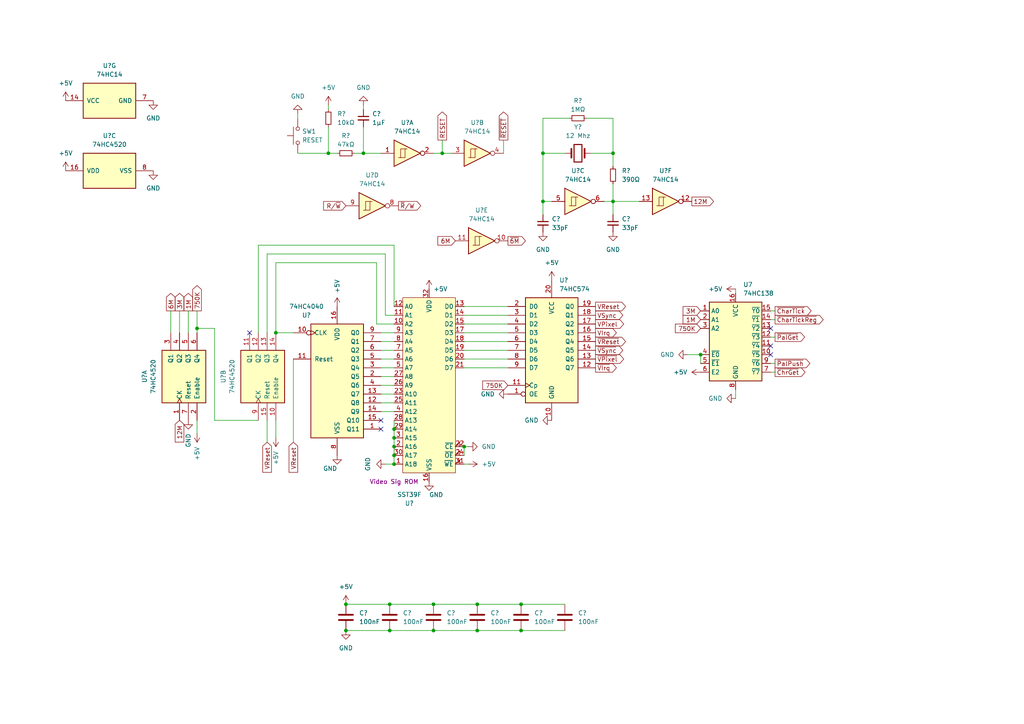
<source format=kicad_sch>
(kicad_sch (version 20230121) (generator eeschema)
  (paper "A4")
  (title_block (title "Clock and Reset"))
  (lib_symbols
    (symbol "4xxx:4040" (pin_names (offset 1.016))
      (property "Reference" "U" (at -7.62 16.51 0))
      (property "Value" "4040" (at -7.62 -19.05 0))
      (symbol "4040_1_0"
        (pin output line (at 12.7 -15.24 180) (length 5.08) (name "Q11") (number "1"))
        (pin input inverted_clock (at -12.7 12.7 0) (length 5.08) (name "CLK") (number "10"))
        (pin input line (at -12.7 5.08 0) (length 5.08) (name "Reset") (number "11"))
        (pin output line (at 12.7 -7.62 180) (length 5.08) (name "Q8") (number "12"))
        (pin output line (at 12.7 -5.08 180) (length 5.08) (name "Q7") (number "13"))
        (pin output line (at 12.7 -10.16 180) (length 5.08) (name "Q9") (number "14"))
        (pin output line (at 12.7 -12.7 180) (length 5.08) (name "Q10") (number "15"))
        (pin power_in line (at 0 20.32 270) (length 5.08) (name "VDD") (number "16"))
        (pin output line (at 12.7 0 180) (length 5.08) (name "Q5") (number "2"))
        (pin output line (at 12.7 2.54 180) (length 5.08) (name "Q4") (number "3"))
        (pin output line (at 12.7 -2.54 180) (length 5.08) (name "Q6") (number "4"))
        (pin output line (at 12.7 5.08 180) (length 5.08) (name "Q3") (number "5"))
        (pin output line (at 12.7 7.62 180) (length 5.08) (name "Q2") (number "6"))
        (pin output line (at 12.7 10.16 180) (length 5.08) (name "Q1") (number "7"))
        (pin power_in line (at 0 -22.86 90) (length 5.08) (name "VSS") (number "8"))
        (pin output line (at 12.7 12.7 180) (length 5.08) (name "Q0") (number "9"))
      )
      (symbol "4040_1_1"
        (rectangle (start -7.62 15.24) (end 7.62 -17.78) (stroke (width 0.254)) (fill (type background)))
      )
    )
    (symbol "4xxx:4520" (pin_names (offset 1.016))
      (property "Reference" "U" (at -7.62 8.89 0))
      (property "Value" "4520" (at -7.62 -8.89 0))
      (symbol "4520_1_0"
        (pin input clock (at -12.7 0 0) (length 5.08) (name "CK") (number "1"))
        (pin input line (at -12.7 -5.08 0) (length 5.08) (name "Enable") (number "2"))
        (pin output line (at 12.7 2.54 180) (length 5.08) (name "Q1") (number "3"))
        (pin output line (at 12.7 0 180) (length 5.08) (name "Q2") (number "4"))
        (pin output line (at 12.7 -2.54 180) (length 5.08) (name "Q3") (number "5"))
        (pin output line (at 12.7 -5.08 180) (length 5.08) (name "Q4") (number "6"))
        (pin input line (at -12.7 -2.54 0) (length 5.08) (name "Reset") (number "7"))
      )
      (symbol "4520_1_1"
        (rectangle (start -7.62 5.08) (end 7.62 -7.62) (stroke (width 0.254)) (fill (type background)))
      )
      (symbol "4520_2_0"
        (pin input line (at -12.7 -5.08 0) (length 5.08) (name "Enable") (number "10"))
        (pin output line (at 12.7 2.54 180) (length 5.08) (name "Q1") (number "11"))
        (pin output line (at 12.7 0 180) (length 5.08) (name "Q2") (number "12"))
        (pin output line (at 12.7 -2.54 180) (length 5.08) (name "Q3") (number "13"))
        (pin output line (at 12.7 -5.08 180) (length 5.08) (name "Q4") (number "14"))
        (pin input line (at -12.7 -2.54 0) (length 5.08) (name "Reset") (number "15"))
        (pin input clock (at -12.7 0 0) (length 5.08) (name "CK") (number "9"))
      )
      (symbol "4520_2_1"
        (rectangle (start -7.62 5.08) (end 7.62 -7.62) (stroke (width 0.254)) (fill (type background)))
      )
      (symbol "4520_3_0"
        (pin power_in line (at 0 12.7 270) (length 5.08) (name "VDD") (number "16"))
        (pin power_in line (at 0 -12.7 90) (length 5.08) (name "VSS") (number "8"))
      )
      (symbol "4520_3_1"
        (rectangle (start -5.08 7.62) (end 5.08 -7.62) (stroke (width 0.254)) (fill (type background)))
      )
    )
    (symbol "74xx:74HC138"
      (property "Reference" "U" (at -7.62 13.97 0))
      (property "Value" "74HC138" (at 2.54 -11.43 0))
      (symbol "74HC138_0_1"
        (rectangle (start -7.62 12.7) (end 7.62 -10.16) (stroke (width 0.254)) (fill (type background)))
      )
      (symbol "74HC138_1_1"
        (pin input line (at -10.16 10.16 0) (length 2.54) (name "A0") (number "1"))
        (pin output line (at 10.16 -2.54 180) (length 2.54) (name "~{Y5}") (number "10"))
        (pin output line (at 10.16 0 180) (length 2.54) (name "~{Y4}") (number "11"))
        (pin output line (at 10.16 2.54 180) (length 2.54) (name "~{Y3}") (number "12"))
        (pin output line (at 10.16 5.08 180) (length 2.54) (name "~{Y2}") (number "13"))
        (pin output line (at 10.16 7.62 180) (length 2.54) (name "~{Y1}") (number "14"))
        (pin output line (at 10.16 10.16 180) (length 2.54) (name "~{Y0}") (number "15"))
        (pin power_in line (at 0 15.24 270) (length 2.54) (name "VCC") (number "16"))
        (pin input line (at -10.16 7.62 0) (length 2.54) (name "A1") (number "2"))
        (pin input line (at -10.16 5.08 0) (length 2.54) (name "A2") (number "3"))
        (pin input line (at -10.16 -2.54 0) (length 2.54) (name "~{E0}") (number "4"))
        (pin input line (at -10.16 -5.08 0) (length 2.54) (name "~{E1}") (number "5"))
        (pin input line (at -10.16 -7.62 0) (length 2.54) (name "E2") (number "6"))
        (pin output line (at 10.16 -7.62 180) (length 2.54) (name "~{Y7}") (number "7"))
        (pin power_in line (at 0 -12.7 90) (length 2.54) (name "GND") (number "8"))
        (pin output line (at 10.16 -5.08 180) (length 2.54) (name "~{Y6}") (number "9"))
      )
    )
    (symbol "74xx:74HC14" (pin_names (offset 1.016))
      (property "Reference" "U" (at 0 1.27 0))
      (property "Value" "74HC14" (at 0 -1.27 0))
      (symbol "74HC14_1_0"
        (polyline (pts (xy -3.81 3.81) (xy -3.81 -3.81) (xy 3.81 0) (xy -3.81 3.81)) (stroke (width 0.254)) (fill (type background)))
        (pin input line (at -7.62 0 0) (length 3.81) (name "~") (number "1"))
        (pin output inverted (at 7.62 0 180) (length 3.81) (name "~") (number "2"))
      )
      (symbol "74HC14_1_1"
        (polyline (pts (xy -1.905 -1.27) (xy -1.905 1.27) (xy -0.635 1.27)))
        (polyline (pts (xy -2.54 -1.27) (xy -0.635 -1.27) (xy -0.635 1.27) (xy 0 1.27)))
      )
      (symbol "74HC14_2_0"
        (polyline (pts (xy -3.81 3.81) (xy -3.81 -3.81) (xy 3.81 0) (xy -3.81 3.81)) (stroke (width 0.254)) (fill (type background)))
        (pin input line (at -7.62 0 0) (length 3.81) (name "~") (number "3"))
        (pin output inverted (at 7.62 0 180) (length 3.81) (name "~") (number "4"))
      )
      (symbol "74HC14_2_1"
        (polyline (pts (xy -1.905 -1.27) (xy -1.905 1.27) (xy -0.635 1.27)))
        (polyline (pts (xy -2.54 -1.27) (xy -0.635 -1.27) (xy -0.635 1.27) (xy 0 1.27)))
      )
      (symbol "74HC14_3_0"
        (polyline (pts (xy -3.81 3.81) (xy -3.81 -3.81) (xy 3.81 0) (xy -3.81 3.81)) (stroke (width 0.254)) (fill (type background)))
        (pin input line (at -7.62 0 0) (length 3.81) (name "~") (number "5"))
        (pin output inverted (at 7.62 0 180) (length 3.81) (name "~") (number "6"))
      )
      (symbol "74HC14_3_1"
        (polyline (pts (xy -1.905 -1.27) (xy -1.905 1.27) (xy -0.635 1.27)))
        (polyline (pts (xy -2.54 -1.27) (xy -0.635 -1.27) (xy -0.635 1.27) (xy 0 1.27)))
      )
      (symbol "74HC14_4_0"
        (polyline (pts (xy -3.81 3.81) (xy -3.81 -3.81) (xy 3.81 0) (xy -3.81 3.81)) (stroke (width 0.254)) (fill (type background)))
        (pin output inverted (at 7.62 0 180) (length 3.81) (name "~") (number "8"))
        (pin input line (at -7.62 0 0) (length 3.81) (name "~") (number "9"))
      )
      (symbol "74HC14_4_1"
        (polyline (pts (xy -1.905 -1.27) (xy -1.905 1.27) (xy -0.635 1.27)))
        (polyline (pts (xy -2.54 -1.27) (xy -0.635 -1.27) (xy -0.635 1.27) (xy 0 1.27)))
      )
      (symbol "74HC14_5_0"
        (polyline (pts (xy -3.81 3.81) (xy -3.81 -3.81) (xy 3.81 0) (xy -3.81 3.81)) (stroke (width 0.254)) (fill (type background)))
        (pin output inverted (at 7.62 0 180) (length 3.81) (name "~") (number "10"))
        (pin input line (at -7.62 0 0) (length 3.81) (name "~") (number "11"))
      )
      (symbol "74HC14_5_1"
        (polyline (pts (xy -1.905 -1.27) (xy -1.905 1.27) (xy -0.635 1.27)))
        (polyline (pts (xy -2.54 -1.27) (xy -0.635 -1.27) (xy -0.635 1.27) (xy 0 1.27)))
      )
      (symbol "74HC14_6_0"
        (polyline (pts (xy -3.81 3.81) (xy -3.81 -3.81) (xy 3.81 0) (xy -3.81 3.81)) (stroke (width 0.254)) (fill (type background)))
        (pin output inverted (at 7.62 0 180) (length 3.81) (name "~") (number "12"))
        (pin input line (at -7.62 0 0) (length 3.81) (name "~") (number "13"))
      )
      (symbol "74HC14_6_1"
        (polyline (pts (xy -1.905 -1.27) (xy -1.905 1.27) (xy -0.635 1.27)))
        (polyline (pts (xy -2.54 -1.27) (xy -0.635 -1.27) (xy -0.635 1.27) (xy 0 1.27)))
      )
      (symbol "74HC14_7_0"
        (pin power_in line (at 0 12.7 270) (length 5.08) (name "VCC") (number "14"))
        (pin power_in line (at 0 -12.7 90) (length 5.08) (name "GND") (number "7"))
      )
      (symbol "74HC14_7_1"
        (rectangle (start -5.08 7.62) (end 5.08 -7.62) (stroke (width 0.254)) (fill (type background)))
      )
    )
    (symbol "74xx:74HCT574" (pin_names (offset 1.016))
      (property "Reference" "U" (at -7.62 16.51 0))
      (property "Value" "74HCT574" (at -7.62 -16.51 0))
      (symbol "74HCT574_1_0"
        (pin input inverted (at -12.7 -12.7 0) (length 5.08) (name "OE") (number "1"))
        (pin power_in line (at 0 -20.32 90) (length 5.08) (name "GND") (number "10"))
        (pin input clock (at -12.7 -10.16 0) (length 5.08) (name "Cp") (number "11"))
        (pin tri_state line (at 12.7 -5.08 180) (length 5.08) (name "Q7") (number "12"))
        (pin tri_state line (at 12.7 -2.54 180) (length 5.08) (name "Q6") (number "13"))
        (pin tri_state line (at 12.7 0 180) (length 5.08) (name "Q5") (number "14"))
        (pin tri_state line (at 12.7 2.54 180) (length 5.08) (name "Q4") (number "15"))
        (pin tri_state line (at 12.7 5.08 180) (length 5.08) (name "Q3") (number "16"))
        (pin tri_state line (at 12.7 7.62 180) (length 5.08) (name "Q2") (number "17"))
        (pin tri_state line (at 12.7 10.16 180) (length 5.08) (name "Q1") (number "18"))
        (pin tri_state line (at 12.7 12.7 180) (length 5.08) (name "Q0") (number "19"))
        (pin input line (at -12.7 12.7 0) (length 5.08) (name "D0") (number "2"))
        (pin power_in line (at 0 20.32 270) (length 5.08) (name "VCC") (number "20"))
        (pin input line (at -12.7 10.16 0) (length 5.08) (name "D1") (number "3"))
        (pin input line (at -12.7 7.62 0) (length 5.08) (name "D2") (number "4"))
        (pin input line (at -12.7 5.08 0) (length 5.08) (name "D3") (number "5"))
        (pin input line (at -12.7 2.54 0) (length 5.08) (name "D4") (number "6"))
        (pin input line (at -12.7 0 0) (length 5.08) (name "D5") (number "7"))
        (pin input line (at -12.7 -2.54 0) (length 5.08) (name "D6") (number "8"))
        (pin input line (at -12.7 -5.08 0) (length 5.08) (name "D7") (number "9"))
      )
      (symbol "74HCT574_1_1"
        (rectangle (start -7.62 15.24) (end 7.62 -15.24) (stroke (width 0.254)) (fill (type background)))
      )
    )
    (symbol "Device:C" (pin_numbers hide) (pin_names (offset 0.254))
      (property "Reference" "C" (at 0.635 2.54 0))
      (property "Value" "C" (at 0.635 -2.54 0))
      (symbol "C_0_1"
        (polyline (pts (xy -2.032 -0.762) (xy 2.032 -0.762)) (stroke (width 0.508)))
        (polyline (pts (xy -2.032 0.762) (xy 2.032 0.762)) (stroke (width 0.508)))
      )
      (symbol "C_1_1"
        (pin passive line (at 0 3.81 270) (length 2.794) (name "~") (number "1"))
        (pin passive line (at 0 -3.81 90) (length 2.794) (name "~") (number "2"))
      )
    )
    (symbol "Device:C_Small" (pin_numbers hide) (pin_names (offset 0.254) hide)
      (property "Reference" "C" (at 0.254 1.778 0))
      (property "Value" "C_Small" (at 0.254 -2.032 0))
      (symbol "C_Small_0_1"
        (polyline (pts (xy -1.524 -0.508) (xy 1.524 -0.508)) (stroke (width 0.3302)))
        (polyline (pts (xy -1.524 0.508) (xy 1.524 0.508)) (stroke (width 0.3048)))
      )
      (symbol "C_Small_1_1"
        (pin passive line (at 0 2.54 270) (length 2.032) (name "~") (number "1"))
        (pin passive line (at 0 -2.54 90) (length 2.032) (name "~") (number "2"))
      )
    )
    (symbol "Device:Crystal" (pin_numbers hide) (pin_names (offset 1.016) hide)
      (property "Reference" "Y" (at 0 3.81 0))
      (property "Value" "Crystal" (at 0 -3.81 0))
      (symbol "Crystal_0_1"
        (rectangle (start -1.143 2.54) (end 1.143 -2.54) (stroke (width 0.3048)))
        (polyline (pts (xy -2.54 0) (xy -1.905 0)))
        (polyline (pts (xy -1.905 -1.27) (xy -1.905 1.27)) (stroke (width 0.508)))
        (polyline (pts (xy 1.905 -1.27) (xy 1.905 1.27)) (stroke (width 0.508)))
        (polyline (pts (xy 2.54 0) (xy 1.905 0)))
      )
      (symbol "Crystal_1_1"
        (pin passive line (at -3.81 0 0) (length 1.27) (name "1") (number "1"))
        (pin passive line (at 3.81 0 180) (length 1.27) (name "2") (number "2"))
      )
    )
    (symbol "Device:R_Small" (pin_numbers hide) (pin_names (offset 0.254) hide)
      (property "Reference" "R" (at 0.762 0.508 0))
      (property "Value" "R_Small" (at 0.762 -1.016 0))
      (symbol "R_Small_0_1"
        (rectangle (start -0.762 1.778) (end 0.762 -1.778) (stroke (width 0.2032)))
      )
      (symbol "R_Small_1_1"
        (pin passive line (at 0 2.54 270) (length 0.762) (name "~") (number "1"))
        (pin passive line (at 0 -2.54 90) (length 0.762) (name "~") (number "2"))
      )
    )
    (symbol "Memory_Lib:SST39SF040"
      (property "Reference" "U" (at 11.43 54.61 0))
      (property "Value" "SST39SF040" (at 19.05 52.07 0))
      (symbol "SST39SF040_1_1"
        (rectangle (start 0 50.8) (end 15.24 0) (fill (type background)))
        (pin input line (at -2.54 2.54 0) (length 2.54) (name "A18") (number "1"))
        (pin input line (at -2.54 43.18 0) (length 2.54) (name "A2") (number "10"))
        (pin input line (at -2.54 45.72 0) (length 2.54) (name "A1") (number "11"))
        (pin input line (at -2.54 48.26 0) (length 2.54) (name "A0") (number "12"))
        (pin bidirectional line (at 17.78 48.26 180) (length 2.54) (name "D0") (number "13"))
        (pin bidirectional line (at 17.78 45.72 180) (length 2.54) (name "D1") (number "14"))
        (pin bidirectional line (at 17.78 43.18 180) (length 2.54) (name "D2") (number "15"))
        (pin power_in line (at 7.62 -2.54 90) (length 2.54) (name "VSS") (number "16"))
        (pin bidirectional line (at 17.78 40.64 180) (length 2.54) (name "D3") (number "17"))
        (pin bidirectional line (at 17.78 38.1 180) (length 2.54) (name "D4") (number "18"))
        (pin bidirectional line (at 17.78 35.56 180) (length 2.54) (name "D5") (number "19"))
        (pin input line (at -2.54 7.62 0) (length 2.54) (name "A16") (number "2"))
        (pin bidirectional line (at 17.78 33.02 180) (length 2.54) (name "D6") (number "20"))
        (pin bidirectional line (at 17.78 30.48 180) (length 2.54) (name "D7") (number "21"))
        (pin input input_low (at 17.78 7.62 180) (length 2.54) (name "~{CE}") (number "22"))
        (pin input line (at -2.54 22.86 0) (length 2.54) (name "A10") (number "23"))
        (pin input input_low (at 17.78 5.08 180) (length 2.54) (name "~{OE}") (number "24"))
        (pin input line (at -2.54 20.32 0) (length 2.54) (name "A11") (number "25"))
        (pin input line (at -2.54 25.4 0) (length 2.54) (name "A9") (number "26"))
        (pin input line (at -2.54 27.94 0) (length 2.54) (name "A8") (number "27"))
        (pin input line (at -2.54 15.24 0) (length 2.54) (name "A13") (number "28"))
        (pin input line (at -2.54 12.7 0) (length 2.54) (name "A14") (number "29"))
        (pin input line (at -2.54 10.16 0) (length 2.54) (name "A15") (number "3"))
        (pin input line (at -2.54 5.08 0) (length 2.54) (name "A17") (number "30"))
        (pin input input_low (at 17.78 2.54 180) (length 2.54) (name "~{WE}") (number "31"))
        (pin power_in line (at 7.62 53.34 270) (length 2.54) (name "VDD") (number "32"))
        (pin input line (at -2.54 17.78 0) (length 2.54) (name "A12") (number "4"))
        (pin input line (at -2.54 30.48 0) (length 2.54) (name "A7") (number "5"))
        (pin input line (at -2.54 33.02 0) (length 2.54) (name "A6") (number "6"))
        (pin input line (at -2.54 35.56 0) (length 2.54) (name "A5") (number "7"))
        (pin input line (at -2.54 38.1 0) (length 2.54) (name "A4") (number "8"))
        (pin input line (at -2.54 40.64 0) (length 2.54) (name "A3") (number "9"))
      )
    )
    (symbol "Switch:SW_Push" (pin_numbers hide) (pin_names (offset 1.016) hide)
      (property "Reference" "SW" (at 1.27 2.54 0))
      (property "Value" "SW_Push" (at 0 -1.524 0))
      (symbol "SW_Push_0_1"
        (circle (center -2.032 0) (radius 0.508))
        (polyline (pts (xy 0 1.27) (xy 0 3.048)))
        (polyline (pts (xy 2.54 1.27) (xy -2.54 1.27)))
        (circle (center 2.032 0) (radius 0.508))
        (pin passive line (at -5.08 0 0) (length 2.54) (name "1") (number "1"))
        (pin passive line (at 5.08 0 180) (length 2.54) (name "2") (number "2"))
      )
    )
    (symbol "power:+5V" (power) (pin_names (offset 0))
      (property "Value" "+5V" (at 0 3.556 0))
      (symbol "+5V_0_1"
        (polyline (pts (xy -0.762 1.27) (xy 0 2.54)))
        (polyline (pts (xy 0 0) (xy 0 2.54)))
        (polyline (pts (xy 0 2.54) (xy 0.762 1.27)))
      )
      (symbol "+5V_1_1"
        (pin power_in line (at 0 0 90) (length 0) hide (name "+5V") (number "1"))
      )
    )
    (symbol "power:GND" (power) (pin_names (offset 0))
      (property "Value" "GND" (at 0 -3.81 0))
      (symbol "GND_0_1"
        (polyline (pts (xy 0 0) (xy 0 -1.27) (xy 1.27 -1.27) (xy 0 -2.54) (xy -1.27 -1.27) (xy 0 -1.27)))
      )
      (symbol "GND_1_1"
        (pin power_in line (at 0 0 270) (length 0) hide (name "GND") (number "1"))
      )
    )
  )
  (junction (at 100.33 182.88))
  (junction (at 151.13 175.26))
  (junction (at 114.3 124.46))
  (junction (at 128.27 44.45))
  (junction (at 113.03 182.88))
  (junction (at 113.03 175.26))
  (junction (at 105.41 44.45))
  (junction (at 114.3 127))
  (junction (at 151.13 182.88))
  (junction (at 114.3 129.54))
  (junction (at 125.73 182.88))
  (junction (at 138.43 175.26))
  (junction (at 203.2 102.87))
  (junction (at 114.3 132.08))
  (junction (at 177.8 44.45))
  (junction (at 80.01 96.52))
  (junction (at 138.43 182.88))
  (junction (at 57.15 95.25))
  (junction (at 177.8 58.42))
  (junction (at 100.33 175.26))
  (junction (at 114.3 134.62))
  (junction (at 157.48 58.42))
  (junction (at 134.62 129.54))
  (junction (at 125.73 175.26))
  (junction (at 95.25 44.45))
  (junction (at 157.48 44.45))
  (no_connect (at 110.49 121.92))
  (no_connect (at 110.49 124.46))
  (no_connect (at 72.39 96.52))
  (no_connect (at 223.52 100.33))
  (no_connect (at 223.52 102.87))
  (no_connect (at 223.52 95.25))
  (wire (pts (xy 177.8 62.23) (xy 177.8 58.42)))
  (wire (pts (xy 170.18 34.29) (xy 177.8 34.29)))
  (wire (pts (xy 77.47 128.27) (xy 77.47 121.92)))
  (wire (pts (xy 114.3 93.98) (xy 109.22 93.98)))
  (wire (pts (xy 157.48 44.45) (xy 163.83 44.45)))
  (wire (pts (xy 138.43 182.88) (xy 151.13 182.88)))
  (wire (pts (xy 114.3 99.06) (xy 110.49 99.06)))
  (wire (pts (xy 102.87 44.45) (xy 105.41 44.45)))
  (wire (pts (xy 114.3 96.52) (xy 110.49 96.52)))
  (wire (pts (xy 114.3 109.22) (xy 110.49 109.22)))
  (wire (pts (xy 109.22 93.98) (xy 109.22 76.2)))
  (wire (pts (xy 62.23 95.25) (xy 57.15 95.25)))
  (wire (pts (xy 147.32 106.68) (xy 134.62 106.68)))
  (wire (pts (xy 105.41 44.45) (xy 110.49 44.45)))
  (wire (pts (xy 49.53 90.17) (xy 49.53 96.52)))
  (wire (pts (xy 147.32 99.06) (xy 134.62 99.06)))
  (wire (pts (xy 95.25 30.48) (xy 95.25 31.75)))
  (wire (pts (xy 203.2 102.87) (xy 203.2 105.41)))
  (wire (pts (xy 151.13 182.88) (xy 163.83 182.88)))
  (wire (pts (xy 114.3 106.68) (xy 110.49 106.68)))
  (wire (pts (xy 147.32 104.14) (xy 134.62 104.14)))
  (wire (pts (xy 114.3 132.08) (xy 114.3 129.54)))
  (wire (pts (xy 85.09 128.27) (xy 85.09 104.14)))
  (wire (pts (xy 160.02 58.42) (xy 157.48 58.42)))
  (wire (pts (xy 177.8 58.42) (xy 185.42 58.42)))
  (wire (pts (xy 213.36 83.82) (xy 213.36 85.09)))
  (wire (pts (xy 54.61 90.17) (xy 54.61 96.52)))
  (wire (pts (xy 223.52 105.41) (xy 224.79 105.41)))
  (wire (pts (xy 224.79 107.95) (xy 223.52 107.95)))
  (wire (pts (xy 86.36 33.02) (xy 86.36 34.29)))
  (wire (pts (xy 114.3 129.54) (xy 114.3 127)))
  (wire (pts (xy 111.76 91.44) (xy 111.76 73.66)))
  (wire (pts (xy 134.62 129.54) (xy 134.62 132.08)))
  (wire (pts (xy 146.05 40.64) (xy 146.05 44.45)))
  (wire (pts (xy 128.27 44.45) (xy 130.81 44.45)))
  (wire (pts (xy 177.8 44.45) (xy 171.45 44.45)))
  (wire (pts (xy 105.41 36.83) (xy 105.41 44.45)))
  (wire (pts (xy 224.79 90.17) (xy 223.52 90.17)))
  (wire (pts (xy 114.3 104.14) (xy 110.49 104.14)))
  (wire (pts (xy 213.36 115.57) (xy 213.36 113.03)))
  (wire (pts (xy 114.3 116.84) (xy 110.49 116.84)))
  (wire (pts (xy 80.01 127) (xy 80.01 121.92)))
  (wire (pts (xy 224.79 97.79) (xy 223.52 97.79)))
  (wire (pts (xy 105.41 30.48) (xy 105.41 31.75)))
  (wire (pts (xy 223.52 92.71) (xy 224.79 92.71)))
  (wire (pts (xy 177.8 53.34) (xy 177.8 58.42)))
  (wire (pts (xy 111.76 73.66) (xy 77.47 73.66)))
  (wire (pts (xy 177.8 34.29) (xy 177.8 44.45)))
  (wire (pts (xy 147.32 93.98) (xy 134.62 93.98)))
  (wire (pts (xy 95.25 44.45) (xy 97.79 44.45)))
  (wire (pts (xy 114.3 71.12) (xy 114.3 88.9)))
  (wire (pts (xy 114.3 124.46) (xy 114.3 121.92)))
  (wire (pts (xy 57.15 125.73) (xy 57.15 121.92)))
  (wire (pts (xy 114.3 111.76) (xy 110.49 111.76)))
  (wire (pts (xy 125.73 44.45) (xy 128.27 44.45)))
  (wire (pts (xy 80.01 96.52) (xy 85.09 96.52)))
  (wire (pts (xy 114.3 127) (xy 114.3 124.46)))
  (wire (pts (xy 100.33 175.26) (xy 113.03 175.26)))
  (wire (pts (xy 175.26 58.42) (xy 177.8 58.42)))
  (wire (pts (xy 74.93 71.12) (xy 114.3 71.12)))
  (wire (pts (xy 113.03 182.88) (xy 125.73 182.88)))
  (wire (pts (xy 86.36 44.45) (xy 95.25 44.45)))
  (wire (pts (xy 109.22 76.2) (xy 80.01 76.2)))
  (wire (pts (xy 111.76 134.62) (xy 114.3 134.62)))
  (wire (pts (xy 135.89 134.62) (xy 134.62 134.62)))
  (wire (pts (xy 125.73 175.26) (xy 138.43 175.26)))
  (wire (pts (xy 135.89 129.54) (xy 134.62 129.54)))
  (wire (pts (xy 100.33 182.88) (xy 113.03 182.88)))
  (wire (pts (xy 114.3 114.3) (xy 110.49 114.3)))
  (wire (pts (xy 147.32 101.6) (xy 134.62 101.6)))
  (wire (pts (xy 74.93 121.92) (xy 62.23 121.92)))
  (wire (pts (xy 147.32 91.44) (xy 134.62 91.44)))
  (wire (pts (xy 114.3 91.44) (xy 111.76 91.44)))
  (wire (pts (xy 52.07 90.17) (xy 52.07 96.52)))
  (wire (pts (xy 151.13 175.26) (xy 163.83 175.26)))
  (wire (pts (xy 80.01 96.52) (xy 80.01 76.2)))
  (wire (pts (xy 157.48 44.45) (xy 157.48 58.42)))
  (wire (pts (xy 138.43 175.26) (xy 151.13 175.26)))
  (wire (pts (xy 165.1 34.29) (xy 157.48 34.29)))
  (wire (pts (xy 157.48 34.29) (xy 157.48 44.45)))
  (wire (pts (xy 128.27 40.64) (xy 128.27 44.45)))
  (wire (pts (xy 57.15 95.25) (xy 57.15 90.17)))
  (wire (pts (xy 114.3 119.38) (xy 110.49 119.38)))
  (wire (pts (xy 125.73 182.88) (xy 138.43 182.88)))
  (wire (pts (xy 177.8 44.45) (xy 177.8 48.26)))
  (wire (pts (xy 114.3 101.6) (xy 110.49 101.6)))
  (wire (pts (xy 77.47 73.66) (xy 77.47 96.52)))
  (wire (pts (xy 147.32 88.9) (xy 134.62 88.9)))
  (wire (pts (xy 114.3 134.62) (xy 114.3 132.08)))
  (wire (pts (xy 147.32 96.52) (xy 134.62 96.52)))
  (wire (pts (xy 57.15 96.52) (xy 57.15 95.25)))
  (wire (pts (xy 157.48 62.23) (xy 157.48 58.42)))
  (wire (pts (xy 199.39 102.87) (xy 203.2 102.87)))
  (wire (pts (xy 74.93 96.52) (xy 74.93 71.12)))
  (wire (pts (xy 113.03 175.26) (xy 125.73 175.26)))
  (wire (pts (xy 62.23 121.92) (xy 62.23 95.25)))
  (wire (pts (xy 95.25 44.45) (xy 95.25 36.83)))
  (global_label "3M" (shape output) (at 52.07 90.17 90) (property "Intersheetrefs" "${INTERSHEET_REFS}" (effects hide)))
  (global_label "~{R}{slash}W" (shape output) (at 115.57 59.69 0) (property "Intersheetrefs" "${INTERSHEET_REFS}" (effects hide)))
  (global_label "1M" (shape output) (at 54.61 90.17 90) (property "Intersheetrefs" "${INTERSHEET_REFS}" (effects hide)))
  (global_label "~{VIrq}" (shape output) (at 172.72 106.68 0) (property "Intersheetrefs" "${INTERSHEET_REFS}" (effects hide)))
  (global_label "~{CharTick}" (shape output) (at 224.79 90.17 0) (property "Intersheetrefs" "${INTERSHEET_REFS}" (effects hide)))
  (global_label "~{VSync}" (shape output) (at 172.72 101.6 0) (property "Intersheetrefs" "${INTERSHEET_REFS}" (effects hide)))
  (global_label "~{RESET}" (shape output) (at 146.05 40.64 90) (property "Intersheetrefs" "${INTERSHEET_REFS}" (effects hide)))
  (global_label "750K" (shape input) (at 203.2 95.25 180) (property "Intersheetrefs" "${INTERSHEET_REFS}" (effects hide)))
  (global_label "RESET" (shape output) (at 128.27 40.64 90) (property "Intersheetrefs" "${INTERSHEET_REFS}" (effects hide)))
  (global_label "3M" (shape input) (at 203.2 90.17 180) (property "Intersheetrefs" "${INTERSHEET_REFS}" (effects hide)))
  (global_label "VReset" (shape input) (at 85.09 128.27 270) (property "Intersheetrefs" "${INTERSHEET_REFS}" (effects hide)))
  (global_label "~{6M}" (shape output) (at 147.32 69.85 0) (property "Intersheetrefs" "${INTERSHEET_REFS}" (effects hide)))
  (global_label "VReset" (shape output) (at 172.72 88.9 0) (property "Intersheetrefs" "${INTERSHEET_REFS}" (effects hide)))
  (global_label "VSync" (shape output) (at 172.72 91.44 0) (property "Intersheetrefs" "${INTERSHEET_REFS}" (effects hide)))
  (global_label "~{PalPush}" (shape output) (at 224.79 105.41 0) (property "Intersheetrefs" "${INTERSHEET_REFS}" (effects hide)))
  (global_label "~{ChrGet}" (shape output) (at 224.79 107.95 0) (property "Intersheetrefs" "${INTERSHEET_REFS}" (effects hide)))
  (global_label "VReset" (shape input) (at 77.47 128.27 270) (property "Intersheetrefs" "${INTERSHEET_REFS}" (effects hide)))
  (global_label "~{VPixel}" (shape output) (at 172.72 104.14 0) (property "Intersheetrefs" "${INTERSHEET_REFS}" (effects hide)))
  (global_label "6M" (shape output) (at 49.53 90.17 90) (property "Intersheetrefs" "${INTERSHEET_REFS}" (effects hide)))
  (global_label "12M" (shape output) (at 200.66 58.42 0) (property "Intersheetrefs" "${INTERSHEET_REFS}" (effects hide)))
  (global_label "750K" (shape input) (at 147.32 111.76 180) (property "Intersheetrefs" "${INTERSHEET_REFS}" (effects hide)))
  (global_label "~{PalGet}" (shape output) (at 224.79 97.79 0) (property "Intersheetrefs" "${INTERSHEET_REFS}" (effects hide)))
  (global_label "750K" (shape output) (at 57.15 90.17 90) (property "Intersheetrefs" "${INTERSHEET_REFS}" (effects hide)))
  (global_label "12M" (shape input) (at 52.07 121.92 270) (property "Intersheetrefs" "${INTERSHEET_REFS}" (effects hide)))
  (global_label "1M" (shape input) (at 203.2 92.71 180) (property "Intersheetrefs" "${INTERSHEET_REFS}" (effects hide)))
  (global_label "R{slash}~{W}" (shape input) (at 100.33 59.69 180) (property "Intersheetrefs" "${INTERSHEET_REFS}" (effects hide)))
  (global_label "VPixel" (shape output) (at 172.72 93.98 0) (property "Intersheetrefs" "${INTERSHEET_REFS}" (effects hide)))
  (global_label "~{CharTickReg}" (shape output) (at 224.79 92.71 0) (property "Intersheetrefs" "${INTERSHEET_REFS}" (effects hide)))
  (global_label "VIrq" (shape output) (at 172.72 96.52 0) (property "Intersheetrefs" "${INTERSHEET_REFS}" (effects hide)))
  (global_label "6M" (shape input) (at 132.08 69.85 180) (property "Intersheetrefs" "${INTERSHEET_REFS}" (effects hide)))
  (global_label "~{VReset}" (shape output) (at 172.72 99.06 0) (property "Intersheetrefs" "${INTERSHEET_REFS}" (effects hide)))
  (symbol (lib_id "Device:C") (at 125.73 179.07 0) (unit 1)
    (property "Reference" "C?" (at 129.54 177.8 0) (effects (justify left)))
    (property "Value" "100nF" (at 129.54 180.34 0) (effects (justify left)))
    (property "Footprint" "Capacitor_THT:C_Disc_D3.0mm_W2.0mm_P2.50mm" (effects hide))
    (instances (project "v0c" (path "" (reference "C?") (unit 1)) (path "" (reference "C5") (unit 1))))
  )
  (symbol (lib_id "power:GND") (at 124.46 139.7 0) (unit 1)
    (property "Reference" "#PWR011" (effects hide))
    (property "Value" "GND" (at 124.46 143.51 0) (effects (justify left)))
    (instances (project "v0c" (path "" (reference "#PWR011") (unit 1)) (path "" (reference "#PWR025") (unit 1))))
  )
  (symbol (lib_id "power:+5V") (at 19.05 29.21 0) (unit 1)
    (property "Reference" "#PWR02" (effects hide))
    (property "Value" "+5V" (at 19.05 24.13 0))
    (instances (project "v0c" (path "" (reference "#PWR02") (unit 1)) (path "" (reference "#PWR09") (unit 1))))
  )
  (symbol (lib_id "power:GND") (at 177.8 67.31 0) (unit 1)
    (property "Reference" "#PWR019" (effects hide))
    (property "Value" "GND" (at 177.8 72.39 0))
    (instances (project "v0c" (path "" (reference "#PWR019") (unit 1)) (path "" (reference "#PWR032") (unit 1))))
  )
  (symbol (lib_id "74xx:74HC14") (at 139.7 69.85 0) (unit 5)
    (property "Reference" "U?" (at 139.7 60.96 0))
    (property "Value" "74HC14" (at 139.7 63.5 0))
    (property "Footprint" "PCM_Package_DIP_AKL:DIP-14_W7.62mm_Socket_LongPads" (effects hide))
    (property "Datasheet" "http://www.ti.com/lit/gpn/sn74HC14" (effects hide))
    (instances (project "v0c" (path "" (reference "U?") (unit 5)) (path "" (reference "U2") (unit 5))))
  )
  (symbol (lib_id "74xx:74HC138") (at 213.36 100.33 0) (unit 1)
    (property "Reference" "U7" (at 215.5541 82.55 0) (effects (justify left)))
    (property "Value" "74HC138" (at 215.5541 85.09 0) (effects (justify left)))
    (property "Footprint" "PCM_Package_DIP_AKL:DIP-16_W7.62mm_Socket_LongPads" (effects hide))
    (property "Datasheet" "http://www.ti.com/lit/ds/symlink/cd74hc238.pdf" (effects hide))
  )
  (symbol (lib_id "power:+5V") (at 160.02 81.28 0) (unit 1)
    (property "Reference" "#PWR017" (effects hide))
    (property "Value" "+5V" (at 160.02 76.2 0))
    (instances (project "v0c" (path "" (reference "#PWR017") (unit 1)) (path "" (reference "#PWR030") (unit 1))))
  )
  (symbol (lib_id "power:GND") (at 111.76 134.62 270) (unit 1)
    (property "Reference" "#PWR010" (effects hide))
    (property "Value" "GND" (at 106.68 134.62 0))
    (instances (project "v0c" (path "" (reference "#PWR010") (unit 1)) (path "" (reference "#PWR023") (unit 1))))
  )
  (symbol (lib_id "power:+5V") (at 100.33 175.26 0) (unit 1)
    (property "Reference" "#PWR0136" (effects hide))
    (property "Value" "+5V" (at 100.33 170.18 0))
    (instances (project "v0c" (path "" (reference "#PWR0136") (unit 1)) (path "" (reference "#PWR020") (unit 1))))
  )
  (symbol (lib_id "4xxx:4520") (at 31.75 49.53 90) (unit 3)
    (property "Reference" "U?" (at 31.75 39.37 90))
    (property "Value" "74HC4520" (at 31.75 41.91 90))
    (property "Footprint" "PCM_Package_DIP_AKL:DIP-16_W7.62mm_Socket_LongPads" (effects hide))
    (property "Datasheet" "http://www.intersil.com/content/dam/Intersil/documents/cd45/cd4518bms-20bms.pdf" (effects hide))
    (instances (project "v0c" (path "" (reference "U?") (unit 3)) (path "" (reference "U3") (unit 3))))
  )
  (symbol (lib_id "74xx:74HC14") (at 167.64 58.42 0) (unit 3)
    (property "Reference" "U?" (at 167.64 49.53 0))
    (property "Value" "74HC14" (at 167.64 52.07 0))
    (property "Footprint" "PCM_Package_DIP_AKL:DIP-14_W7.62mm_Socket_LongPads" (effects hide))
    (property "Datasheet" "http://www.ti.com/lit/gpn/sn74HC14" (effects hide))
    (instances (project "v0c" (path "" (reference "U?") (unit 3)) (path "" (reference "U2") (unit 3))))
  )
  (symbol (lib_id "4xxx:4520") (at 52.07 109.22 90) (unit 1)
    (property "Reference" "U?" (at 41.91 109.22 0))
    (property "Value" "74HC4520" (at 44.45 109.22 0))
    (property "Footprint" "PCM_Package_DIP_AKL:DIP-16_W7.62mm_Socket_LongPads" (effects hide))
    (property "Datasheet" "http://www.intersil.com/content/dam/Intersil/documents/cd45/cd4518bms-20bms.pdf" (effects hide))
    (instances (project "v0c" (path "" (reference "U?") (unit 1)) (path "" (reference "U3") (unit 1))))
  )
  (symbol (lib_id "Device:R_Small") (at 95.25 34.29 180) (unit 1)
    (property "Reference" "R?" (at 97.79 33.02 0) (effects (justify right)))
    (property "Value" "10kΩ" (at 97.79 35.56 0) (effects (justify right)))
    (property "Footprint" "Resistor_THT:R_Axial_DIN0204_L3.6mm_D1.6mm_P7.62mm_Horizontal" (effects hide))
    (instances (project "v0c" (path "" (reference "R?") (unit 1)) (path "" (reference "R4") (unit 1))))
  )
  (symbol (lib_id "Device:C") (at 113.03 179.07 0) (unit 1)
    (property "Reference" "C?" (at 116.84 177.8 0) (effects (justify left)))
    (property "Value" "100nF" (at 116.84 180.34 0) (effects (justify left)))
    (property "Footprint" "Capacitor_THT:C_Disc_D3.0mm_W2.0mm_P2.50mm" (effects hide))
    (instances (project "v0c" (path "" (reference "C?") (unit 1)) (path "" (reference "C4") (unit 1))))
  )
  (symbol (lib_id "power:+5V") (at 124.46 83.82 0) (unit 1)
    (property "Reference" "#PWR012" (effects hide))
    (property "Value" "+5V" (at 125.73 83.82 0) (effects (justify left)))
    (instances (project "v0c" (path "" (reference "#PWR012") (unit 1)) (path "" (reference "#PWR024") (unit 1))))
  )
  (symbol (lib_id "Device:C") (at 100.33 179.07 0) (unit 1)
    (property "Reference" "C?" (at 104.14 177.8 0) (effects (justify left)))
    (property "Value" "100nF" (at 104.14 180.34 0) (effects (justify left)))
    (property "Footprint" "Capacitor_THT:C_Disc_D3.0mm_W2.0mm_P2.50mm" (effects hide))
    (instances (project "v0c" (path "" (reference "C?") (unit 1)) (path "" (reference "C2") (unit 1))))
  )
  (symbol (lib_id "4xxx:4040") (at 97.79 109.22 0) (unit 1)
    (property "Reference" "U?" (at 88.9 91.44 0))
    (property "Value" "74HC4040" (at 88.9 88.9 0))
    (property "Footprint" "PCM_Package_DIP_AKL:DIP-16_W7.62mm_Socket_LongPads" (effects hide))
    (property "Datasheet" "http://www.intersil.com/content/dam/Intersil/documents/cd40/cd4020bms-24bms-40bms.pdf" (effects hide))
    (instances (project "v0c" (path "" (reference "U?") (unit 1)) (path "" (reference "U4") (unit 1))))
  )
  (symbol (lib_id "power:+5V") (at 57.15 125.73 180) (unit 1)
    (property "Reference" "#PWR06" (effects hide))
    (property "Value" "+5V" (at 57.15 129.54 90) (effects (justify left)))
    (instances (project "v0c" (path "" (reference "#PWR06") (unit 1)) (path "" (reference "#PWR014") (unit 1))))
  )
  (symbol (lib_id "power:+5V") (at 203.2 107.95 90) (unit 1)
    (property "Reference" "#PWR017" (effects hide))
    (property "Value" "+5V" (at 199.39 107.95 90) (effects (justify left)))
    (instances (project "v0c" (path "" (reference "#PWR017") (unit 1)) (path "" (reference "#PWR034") (unit 1))))
  )
  (symbol (lib_id "power:GND") (at 160.02 121.92 270) (unit 1)
    (property "Reference" "#PWR015" (effects hide))
    (property "Value" "GND" (at 156.21 121.92 90) (effects (justify right)))
    (instances (project "v0c" (path "" (reference "#PWR015") (unit 1)) (path "" (reference "#PWR031") (unit 1))))
  )
  (symbol (lib_id "power:GND") (at 213.36 115.57 270) (unit 1)
    (property "Reference" "#PWR015" (effects hide))
    (property "Value" "GND" (at 209.55 115.57 90) (effects (justify right)))
    (instances (project "v0c" (path "" (reference "#PWR015") (unit 1)) (path "" (reference "#PWR036") (unit 1))))
  )
  (symbol (lib_id "power:GND") (at 86.36 33.02 180) (unit 1)
    (property "Reference" "#PWR020" (effects hide))
    (property "Value" "GND" (at 86.36 27.94 0))
    (instances (project "v0c" (path "" (reference "#PWR020") (unit 1)) (path "" (reference "#PWR016") (unit 1))))
  )
  (symbol (lib_id "power:+5V") (at 213.36 83.82 90) (unit 1)
    (property "Reference" "#PWR017" (effects hide))
    (property "Value" "+5V" (at 209.55 83.82 90) (effects (justify left)))
    (instances (project "v0c" (path "" (reference "#PWR017") (unit 1)) (path "" (reference "#PWR035") (unit 1))))
  )
  (symbol (lib_id "power:GND") (at 44.45 49.53 0) (unit 1)
    (property "Reference" "#PWR03" (effects hide))
    (property "Value" "GND" (at 44.45 54.61 0))
    (instances (project "v0c" (path "" (reference "#PWR03") (unit 1)) (path "" (reference "#PWR012") (unit 1))))
  )
  (symbol (lib_id "Device:R_Small") (at 167.64 34.29 90) (unit 1)
    (property "Reference" "R?" (at 167.64 29.21 90))
    (property "Value" "1MΩ" (at 167.64 31.75 90))
    (property "Footprint" "Resistor_THT:R_Axial_DIN0204_L3.6mm_D1.6mm_P7.62mm_Horizontal" (effects hide))
    (instances (project "v0c" (path "" (reference "R?") (unit 1)) (path "" (reference "R6") (unit 1))))
  )
  (symbol (lib_id "power:GND") (at 135.89 129.54 90) (unit 1)
    (property "Reference" "#PWR013" (effects hide))
    (property "Value" "GND" (at 139.7 129.54 90) (effects (justify right)))
    (instances (project "v0c" (path "" (reference "#PWR013") (unit 1)) (path "" (reference "#PWR026") (unit 1))))
  )
  (symbol (lib_id "power:GND") (at 199.39 102.87 270) (unit 1)
    (property "Reference" "#PWR015" (effects hide))
    (property "Value" "GND" (at 195.58 102.87 90) (effects (justify right)))
    (instances (project "v0c" (path "" (reference "#PWR015") (unit 1)) (path "" (reference "#PWR033") (unit 1))))
  )
  (symbol (lib_id "74xx:74HC14") (at 31.75 29.21 90) (unit 7)
    (property "Reference" "U?" (at 31.75 19.05 90))
    (property "Value" "74HC14" (at 31.75 21.59 90))
    (property "Footprint" "PCM_Package_DIP_AKL:DIP-14_W7.62mm_Socket_LongPads" (effects hide))
    (property "Datasheet" "http://www.ti.com/lit/gpn/sn74HC14" (effects hide))
    (instances (project "v0c" (path "" (reference "U?") (unit 7)) (path "" (reference "U2") (unit 7))))
  )
  (symbol (lib_id "power:+5V") (at 19.05 49.53 0) (unit 1)
    (property "Reference" "#PWR04" (effects hide))
    (property "Value" "+5V" (at 19.05 44.45 0))
    (instances (project "v0c" (path "" (reference "#PWR04") (unit 1)) (path "" (reference "#PWR010") (unit 1))))
  )
  (symbol (lib_id "Device:R_Small") (at 177.8 50.8 180) (unit 1)
    (property "Reference" "R?" (at 180.34 49.53 0) (effects (justify right)))
    (property "Value" "390Ω" (at 180.34 52.07 0) (effects (justify right)))
    (property "Footprint" "Resistor_THT:R_Axial_DIN0204_L3.6mm_D1.6mm_P7.62mm_Horizontal" (effects hide))
    (instances (project "v0c" (path "" (reference "R?") (unit 1)) (path "" (reference "R7") (unit 1))))
  )
  (symbol (lib_id "74xx:74HC14") (at 138.43 44.45 0) (unit 2)
    (property "Reference" "U?" (at 138.43 35.56 0))
    (property "Value" "74HC14" (at 138.43 38.1 0))
    (property "Footprint" "PCM_Package_DIP_AKL:DIP-14_W7.62mm_Socket_LongPads" (effects hide))
    (property "Datasheet" "http://www.ti.com/lit/gpn/sn74HC14" (effects hide))
    (instances (project "v0c" (path "" (reference "U?") (unit 2)) (path "" (reference "U2") (unit 2))))
  )
  (symbol (lib_id "Device:Crystal") (at 167.64 44.45 0) (unit 1)
    (property "Reference" "Y?" (at 167.64 36.83 0))
    (property "Value" "12 Mhz" (at 167.64 39.37 0))
    (property "Footprint" "Crystal:Crystal_HC52-8mm_Vertical" (effects hide))
    (instances (project "v0c" (path "" (reference "Y?") (unit 1)) (path "" (reference "Y1") (unit 1))))
  )
  (symbol (lib_id "power:+5V") (at 95.25 30.48 0) (unit 1)
    (property "Reference" "#PWR022" (effects hide))
    (property "Value" "+5V" (at 95.25 25.4 0))
    (instances (project "v0c" (path "" (reference "#PWR022") (unit 1)) (path "" (reference "#PWR017") (unit 1))))
  )
  (symbol (lib_id "Device:C") (at 138.43 179.07 0) (unit 1)
    (property "Reference" "C?" (at 142.24 177.8 0) (effects (justify left)))
    (property "Value" "100nF" (at 142.24 180.34 0) (effects (justify left)))
    (property "Footprint" "Capacitor_THT:C_Disc_D3.0mm_W2.0mm_P2.50mm" (effects hide))
    (instances (project "v0c" (path "" (reference "C?") (unit 1)) (path "" (reference "C6") (unit 1))))
  )
  (symbol (lib_id "power:GND") (at 147.32 114.3 270) (unit 1)
    (property "Reference" "#PWR016" (effects hide))
    (property "Value" "GND" (at 143.51 114.3 90) (effects (justify right)))
    (instances (project "v0c" (path "" (reference "#PWR016") (unit 1)) (path "" (reference "#PWR028") (unit 1))))
  )
  (symbol (lib_id "74xx:74HC14") (at 193.04 58.42 0) (unit 6)
    (property "Reference" "U?" (at 193.04 49.53 0))
    (property "Value" "74HC14" (at 193.04 52.07 0))
    (property "Footprint" "PCM_Package_DIP_AKL:DIP-14_W7.62mm_Socket_LongPads" (effects hide))
    (property "Datasheet" "http://www.ti.com/lit/gpn/sn74HC14" (effects hide))
    (instances (project "v0c" (path "" (reference "U?") (unit 6)) (path "" (reference "U2") (unit 6))))
  )
  (symbol (lib_id "power:GND") (at 54.61 121.92 0) (unit 1)
    (property "Reference" "#PWR07" (effects hide))
    (property "Value" "GND" (at 54.61 125.73 90) (effects (justify right)))
    (instances (project "v0c" (path "" (reference "#PWR07") (unit 1)) (path "" (reference "#PWR013") (unit 1))))
  )
  (symbol (lib_id "Device:R_Small") (at 100.33 44.45 270) (unit 1)
    (property "Reference" "R?" (at 100.33 39.37 90))
    (property "Value" "47kΩ" (at 100.33 41.91 90))
    (property "Footprint" "Resistor_THT:R_Axial_DIN0204_L3.6mm_D1.6mm_P7.62mm_Horizontal" (effects hide))
    (instances (project "v0c" (path "" (reference "R?") (unit 1)) (path "" (reference "R5") (unit 1))))
  )
  (symbol (lib_id "power:+5V") (at 135.89 134.62 270) (unit 1)
    (property "Reference" "#PWR014" (effects hide))
    (property "Value" "+5V" (at 139.7 134.62 90) (effects (justify left)))
    (instances (project "v0c" (path "" (reference "#PWR014") (unit 1)) (path "" (reference "#PWR027") (unit 1))))
  )
  (symbol (lib_id "74xx:74HC14") (at 118.11 44.45 0) (unit 1)
    (property "Reference" "U?" (at 118.11 35.56 0))
    (property "Value" "74HC14" (at 118.11 38.1 0))
    (property "Footprint" "PCM_Package_DIP_AKL:DIP-14_W7.62mm_Socket_LongPads" (effects hide))
    (property "Datasheet" "http://www.ti.com/lit/gpn/sn74HC14" (effects hide))
    (instances (project "v0c" (path "" (reference "U?") (unit 1)) (path "" (reference "U2") (unit 1))))
  )
  (symbol (lib_id "power:GND") (at 97.79 132.08 0) (unit 1)
    (property "Reference" "#PWR09" (effects hide))
    (property "Value" "GND" (at 97.79 135.89 0) (effects (justify right)))
    (instances (project "v0c" (path "" (reference "#PWR09") (unit 1)) (path "" (reference "#PWR019") (unit 1))))
  )
  (symbol (lib_id "Memory_Lib:SST39SF040") (at 116.84 137.16 0) (unit 1)
    (property "Reference" "U?" (at 118.745 145.9931 0))
    (property "Value" "SST39F" (at 118.745 143.4531 0))
    (property "Footprint" "PCM_Package_LCC_AKL:PLCC-32_THT-Socket" (effects hide))
    (property "Datasheet" "https://ww1.microchip.com/downloads/aemDocuments/documents/OTH/ProductDocuments/DataSheets/20005022C.pdf" (effects hide))
    (property "Label" "Video Sig ROM" (at 114.3 139.7 0))
    (instances (project "v0c" (path "" (reference "U?") (unit 1)) (path "" (reference "U5") (unit 1))))
  )
  (symbol (lib_id "power:GND") (at 44.45 29.21 0) (unit 1)
    (property "Reference" "#PWR01" (effects hide))
    (property "Value" "GND" (at 44.45 34.29 0))
    (instances (project "v0c" (path "" (reference "#PWR01") (unit 1)) (path "" (reference "#PWR011") (unit 1))))
  )
  (symbol (lib_id "Device:C_Small") (at 105.41 34.29 0) (unit 1)
    (property "Reference" "C?" (at 107.95 33.0263 0) (effects (justify left)))
    (property "Value" "1µF" (at 107.95 35.5663 0) (effects (justify left)))
    (property "Footprint" "Capacitor_THT:C_Disc_D3.0mm_W2.0mm_P2.50mm" (effects hide))
    (instances (project "v0c" (path "" (reference "C?") (unit 1)) (path "" (reference "C3") (unit 1))))
  )
  (symbol (lib_id "74xx:74HC14") (at 107.95 59.69 0) (unit 4)
    (property "Reference" "U?" (at 107.95 50.8 0))
    (property "Value" "74HC14" (at 107.95 53.34 0))
    (property "Footprint" "PCM_Package_DIP_AKL:DIP-14_W7.62mm_Socket_LongPads" (effects hide))
    (property "Datasheet" "http://www.ti.com/lit/gpn/sn74HC14" (effects hide))
    (instances (project "v0c" (path "" (reference "U?") (unit 4)) (path "" (reference "U2") (unit 4))))
  )
  (symbol (lib_id "power:GND") (at 100.33 182.88 0) (unit 1)
    (property "Reference" "#PWR0135" (effects hide))
    (property "Value" "GND" (at 100.33 187.96 0))
    (instances (project "v0c" (path "" (reference "#PWR0135") (unit 1)) (path "" (reference "#PWR021") (unit 1))))
  )
  (symbol (lib_id "Device:C_Small") (at 177.8 64.77 0) (unit 1)
    (property "Reference" "C?" (at 180.34 63.5063 0) (effects (justify left)))
    (property "Value" "33pF" (at 180.34 66.0463 0) (effects (justify left)))
    (property "Footprint" "Capacitor_THT:C_Disc_D3.0mm_W2.0mm_P2.50mm" (effects hide))
    (instances (project "v0c" (path "" (reference "C?") (unit 1)) (path "" (reference "C10") (unit 1))))
  )
  (symbol (lib_id "Device:C") (at 151.13 179.07 0) (unit 1)
    (property "Reference" "C?" (at 154.94 177.8 0) (effects (justify left)))
    (property "Value" "100nF" (at 154.94 180.34 0) (effects (justify left)))
    (property "Footprint" "Capacitor_THT:C_Disc_D3.0mm_W2.0mm_P2.50mm" (effects hide))
    (instances (project "v0c" (path "" (reference "C?") (unit 1)) (path "" (reference "C7") (unit 1))))
  )
  (symbol (lib_id "Switch:SW_Push") (at 86.36 39.37 90) (unit 1)
    (property "Reference" "SW1" (at 87.63 38.1 90) (effects (justify right)))
    (property "Value" "RESET" (at 87.63 40.64 90) (effects (justify right)))
    (property "Footprint" "Button_Switch_THT:SW_PUSH_6mm" (effects hide))
  )
  (symbol (lib_id "Device:C") (at 163.83 179.07 0) (unit 1)
    (property "Reference" "C?" (at 167.64 177.8 0) (effects (justify left)))
    (property "Value" "100nF" (at 167.64 180.34 0) (effects (justify left)))
    (property "Footprint" "Capacitor_THT:C_Disc_D3.0mm_W2.0mm_P2.50mm" (effects hide))
    (instances (project "v0c" (path "" (reference "C?") (unit 1)) (path "" (reference "C9") (unit 1))))
  )
  (symbol (lib_id "Device:C_Small") (at 157.48 64.77 0) (unit 1)
    (property "Reference" "C?" (at 160.02 63.5063 0) (effects (justify left)))
    (property "Value" "33pF" (at 160.02 66.0463 0) (effects (justify left)))
    (property "Footprint" "Capacitor_THT:C_Disc_D3.0mm_W2.0mm_P2.50mm" (effects hide))
    (instances (project "v0c" (path "" (reference "C?") (unit 1)) (path "" (reference "C8") (unit 1))))
  )
  (symbol (lib_id "power:+5V") (at 80.01 127 180) (unit 1)
    (property "Reference" "#PWR05" (effects hide))
    (property "Value" "+5V" (at 80.01 130.81 90) (effects (justify left)))
    (instances (project "v0c" (path "" (reference "#PWR05") (unit 1)) (path "" (reference "#PWR015") (unit 1))))
  )
  (symbol (lib_id "74xx:74HCT574") (at 160.02 101.6 0) (unit 1)
    (property "Reference" "U?" (at 162.2141 81.28 0) (effects (justify left)))
    (property "Value" "74HC574" (at 162.2141 83.82 0) (effects (justify left)))
    (property "Footprint" "PCM_Package_DIP_AKL:DIP-20_W7.62mm_Socket_LongPads" (effects hide))
    (property "Datasheet" "http://www.ti.com/lit/gpn/sn74HCT574" (effects hide))
    (instances (project "v0c" (path "" (reference "U?") (unit 1)) (path "" (reference "U6") (unit 1))))
  )
  (symbol (lib_id "power:GND") (at 157.48 67.31 0) (unit 1)
    (property "Reference" "#PWR018" (effects hide))
    (property "Value" "GND" (at 157.48 72.39 0))
    (instances (project "v0c" (path "" (reference "#PWR018") (unit 1)) (path "" (reference "#PWR029") (unit 1))))
  )
  (symbol (lib_id "power:+5V") (at 97.79 88.9 0) (unit 1)
    (property "Reference" "#PWR08" (effects hide))
    (property "Value" "+5V" (at 97.79 85.09 90) (effects (justify left)))
    (instances (project "v0c" (path "" (reference "#PWR08") (unit 1)) (path "" (reference "#PWR018") (unit 1))))
  )
  (symbol (lib_id "power:GND") (at 105.41 30.48 180) (unit 1)
    (property "Reference" "#PWR021" (effects hide))
    (property "Value" "GND" (at 105.41 25.4 0))
    (instances (project "v0c" (path "" (reference "#PWR021") (unit 1)) (path "" (reference "#PWR022") (unit 1))))
  )
  (symbol (lib_id "4xxx:4520") (at 74.93 109.22 90) (unit 2)
    (property "Reference" "U?" (at 64.77 109.22 0))
    (property "Value" "74HC4520" (at 67.31 109.22 0))
    (property "Footprint" "PCM_Package_DIP_AKL:DIP-16_W7.62mm_Socket_LongPads" (effects hide))
    (property "Datasheet" "http://www.intersil.com/content/dam/Intersil/documents/cd45/cd4518bms-20bms.pdf" (effects hide))
    (instances (project "v0c" (path "" (reference "U?") (unit 2)) (path "" (reference "U3") (unit 2))))
  )
)
</source>
